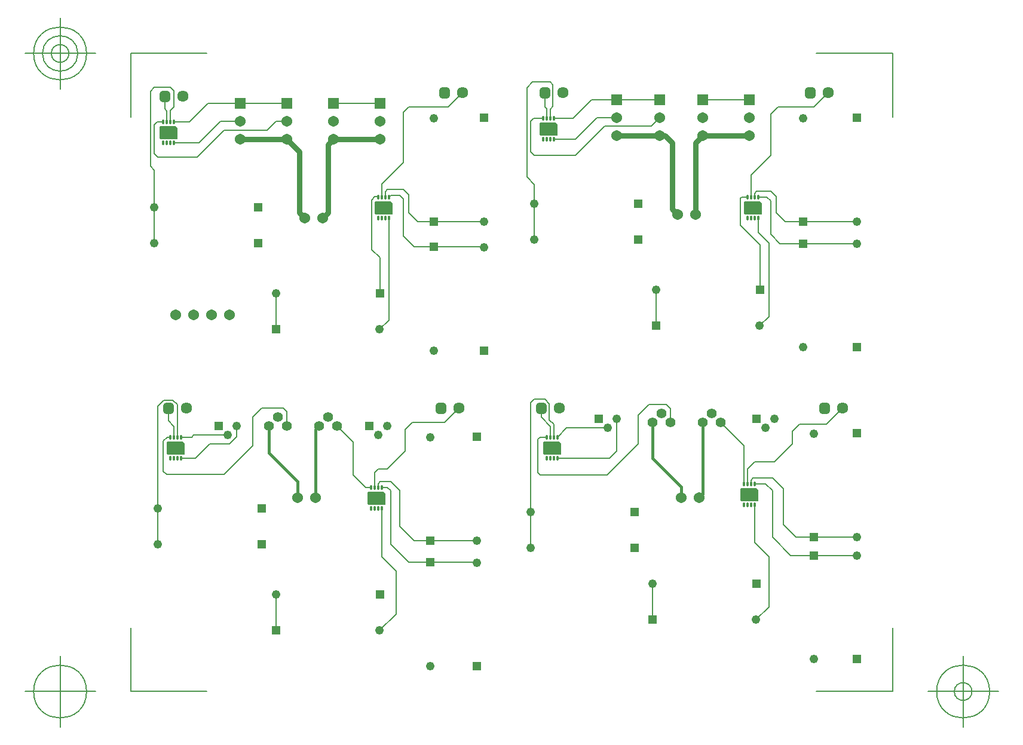
<source format=gbr>
G04 Generated by Ultiboard 14.2 *
%FSLAX33Y33*%
%MOMM*%

%ADD10C,0.001*%
%ADD11C,0.762*%
%ADD12C,0.203*%
%ADD13C,0.381*%
%ADD14C,0.001*%
%ADD15C,0.127*%
%ADD16C,1.609*%
%ADD17R,0.529X0.529*%
%ADD18C,0.995*%
%ADD19C,1.537*%
%ADD20C,1.245*%
%ADD21R,1.245X1.245*%
%ADD22R,1.537X1.537*%
%ADD23O,0.300X0.800*%
%ADD24C,1.397*%


G04 ColorRGB 00FF00 for the following layer *
%LNCopper Top*%
%LPD*%
G54D10*
G54D11*
X-8128Y106172D02*
X-1524Y106172D01*
X254Y104394D02*
X254Y95758D01*
X254Y104394D02*
X-1524Y106172D01*
X254Y95758D02*
X1016Y94996D01*
X5080Y106172D02*
X11684Y106172D01*
X4318Y105410D02*
X5080Y106172D01*
X4318Y95758D02*
X3556Y94996D01*
X4318Y95758D02*
X4318Y105410D01*
X53086Y96266D02*
X53848Y95504D01*
X53086Y105664D02*
X52070Y106680D01*
X45212Y106680D02*
X52070Y106680D01*
X53086Y105664D02*
X53086Y96266D01*
X57404Y106680D02*
X64008Y106680D01*
X56388Y105664D02*
X57404Y106680D01*
X56388Y95504D02*
X56388Y105664D01*
G54D12*
X-18034Y110236D02*
X-18034Y108692D01*
X-17526Y110744D02*
X-18034Y110236D01*
X-18796Y110490D02*
X-18538Y110232D01*
X-18538Y108688D01*
X-18796Y112268D02*
X-18796Y110490D01*
X-20288Y91440D02*
X-20288Y101822D01*
X11942Y98020D02*
X11942Y99826D01*
X14986Y102870D01*
X14986Y109982D02*
X15748Y110744D01*
X14986Y102870D02*
X14986Y109982D01*
X19304Y94488D02*
X26384Y94488D01*
X16510Y90932D02*
X14986Y92456D01*
X16510Y90932D02*
X26384Y90932D01*
X12442Y98020D02*
X12442Y98802D01*
X12700Y99060D02*
X14986Y99060D01*
X12442Y98802D02*
X12700Y99060D01*
X14986Y99060D02*
X15748Y98298D01*
X5080Y111252D02*
X11684Y111252D01*
X14986Y92456D02*
X14986Y97754D01*
X14466Y98274D02*
X13196Y98274D01*
X12942Y98020D01*
X14986Y97754D02*
X14466Y98274D01*
X15748Y95758D02*
X17018Y94488D01*
X19304Y94488D01*
X15748Y98298D02*
X15748Y95758D01*
X57404Y111760D02*
X64008Y111760D01*
X35810Y110486D02*
X35810Y109196D01*
X36195Y110871D02*
X35810Y110486D01*
X36195Y113919D02*
X36195Y110871D01*
X35814Y114300D02*
X36195Y113919D01*
X35052Y112776D02*
X35052Y110744D01*
X35306Y110490D01*
X35306Y109200D01*
X50832Y84836D02*
X50832Y79788D01*
X-3016Y84328D02*
X-3016Y79280D01*
X33560Y91948D02*
X33560Y99790D01*
X21336Y110744D02*
X23368Y112776D01*
X15748Y110744D02*
X21336Y110744D01*
X64266Y98020D02*
X64266Y101096D01*
X68358Y91408D02*
X67056Y92710D01*
X68358Y91408D02*
X79248Y91408D01*
X73152Y110744D02*
X75184Y112776D01*
X64266Y101096D02*
X67056Y103886D01*
X64766Y98548D02*
X64766Y98020D01*
X69088Y94488D02*
X79216Y94488D01*
X69088Y94488D02*
X67818Y95758D01*
X67056Y103886D02*
X67056Y109728D01*
X68072Y110744D01*
X73152Y110744D01*
X-18288Y68072D02*
X-18288Y66294D01*
X-17522Y65528D01*
X-17522Y63984D01*
X-17022Y63984D02*
X-17022Y68584D01*
X-17653Y69215D02*
X-18923Y69215D01*
X-17022Y68584D02*
X-17653Y69215D01*
X-19812Y68326D02*
X-19812Y53880D01*
X-18923Y69215D02*
X-19812Y68326D01*
X-19780Y53848D02*
X-19780Y48768D01*
X10926Y56872D02*
X10926Y58932D01*
X11430Y59436D01*
X16256Y66040D02*
X20828Y66040D01*
X15240Y65024D02*
X16256Y66040D01*
X20828Y66040D02*
X22860Y68072D01*
X12700Y59436D02*
X15240Y61976D01*
X11430Y59436D02*
X12700Y59436D01*
X15240Y61976D02*
X15240Y65024D01*
X-14720Y64262D02*
X-14998Y63984D01*
X-9906Y64262D02*
X-14720Y64262D01*
X-14998Y63984D02*
X-16522Y63984D01*
X-8636Y64008D02*
X-8636Y65532D01*
X-9652Y62992D02*
X-8636Y64008D01*
X-14454Y60984D02*
X-12446Y62992D01*
X-9652Y62992D01*
X-16522Y60984D02*
X-14454Y60984D01*
X-3016Y41656D02*
X-3016Y36608D01*
X13208Y56388D02*
X12724Y56872D01*
X11926Y56872D01*
X15748Y46228D02*
X13208Y48768D01*
X15748Y46228D02*
X25368Y46228D01*
X13208Y48768D02*
X13208Y56388D01*
X16510Y49276D02*
X25368Y49276D01*
X11426Y57400D02*
X11426Y56872D01*
X11684Y57658D02*
X11426Y57400D01*
X13208Y57658D02*
X11684Y57658D01*
X14478Y51308D02*
X14478Y56388D01*
X16510Y49276D02*
X14478Y51308D01*
X14478Y56388D02*
X13208Y57658D01*
X50292Y38100D02*
X50292Y43148D01*
X69882Y47212D02*
X79248Y47212D01*
X69882Y47212D02*
X67310Y49784D01*
X67310Y56388D01*
X66318Y57380D01*
X70612Y49784D02*
X79216Y49784D01*
X70612Y49784D02*
X68834Y51562D01*
X68834Y56642D01*
X64258Y57908D02*
X64258Y57380D01*
X67310Y58166D02*
X64516Y58166D01*
X64258Y57908D01*
X68834Y56642D02*
X67310Y58166D01*
X64758Y57380D02*
X66318Y57380D01*
X7874Y58662D02*
X9664Y56872D01*
X10426Y56872D01*
X5588Y65532D02*
X7874Y63246D01*
X7874Y58662D01*
X34544Y68072D02*
X34544Y66802D01*
X35818Y65528D01*
X35818Y63984D01*
X63758Y57380D02*
X63758Y59440D01*
X64770Y60452D01*
X67564Y60452D01*
X70104Y62992D01*
X70104Y64770D01*
X71120Y65786D01*
X74930Y65786D01*
X77216Y68072D01*
X63258Y59424D02*
X63258Y57380D01*
X36322Y65786D02*
X36322Y63988D01*
X35687Y66421D02*
X36322Y65786D01*
X35687Y68707D02*
X35687Y66421D01*
X35052Y69342D02*
X35687Y68707D01*
X33052Y68866D02*
X33528Y69342D01*
X33052Y48260D02*
X33052Y68866D01*
X33528Y69342D02*
X35052Y69342D01*
X-18542Y58674D02*
X-10414Y58674D01*
X-6350Y62738D01*
X-6350Y66802D01*
X-5080Y68072D01*
X-2032Y68072D02*
X-1524Y67564D01*
X-1524Y65532D01*
X-5080Y68072D02*
X-2032Y68072D01*
X-19026Y59158D02*
X-18542Y58674D01*
X-19026Y63416D02*
X-18458Y63984D01*
X-18022Y63984D02*
X-18458Y63984D01*
X-19026Y63416D02*
X-19026Y59158D01*
X11926Y53872D02*
X11926Y47002D01*
X13970Y44958D01*
X13970Y38894D01*
X11652Y36576D01*
X64758Y54380D02*
X64758Y49034D01*
X66802Y46990D02*
X66802Y39910D01*
X64992Y38100D01*
X64758Y49034D02*
X66802Y46990D01*
X43918Y58650D02*
X48260Y62992D01*
X48260Y67056D01*
X49784Y68580D01*
X52264Y68580D02*
X52832Y68012D01*
X52832Y66040D01*
X49784Y68580D02*
X52264Y68580D01*
X35318Y63984D02*
X34374Y63984D01*
X34374Y58650D02*
X43918Y58650D01*
X34060Y63670D02*
X34060Y58964D01*
X34374Y58650D01*
X34060Y63670D02*
X34374Y63984D01*
X36818Y63996D02*
X38100Y65278D01*
X43942Y65278D01*
X36818Y63996D02*
X36818Y63984D01*
X45212Y66548D02*
X45212Y61976D01*
X44220Y60984D01*
X36818Y60984D01*
X-20828Y102362D02*
X-20828Y112971D01*
X-20288Y101822D02*
X-20828Y102362D01*
X-17526Y113030D02*
X-17526Y110744D01*
X-20260Y113538D02*
X-18034Y113538D01*
X-17526Y113030D01*
X-20828Y112971D02*
X-20260Y113538D01*
X-13946Y105688D02*
X-10922Y108712D01*
X-17538Y105688D02*
X-13946Y105688D01*
X-10922Y108712D02*
X-8128Y108712D01*
X-19038Y108688D02*
X-19836Y108688D01*
X-20320Y108204D01*
X-20320Y104140D01*
X-19812Y103632D01*
X-14224Y103632D01*
X-10414Y107442D01*
X-4318Y107442D01*
X-3048Y108712D01*
X-1524Y108712D01*
X-17538Y108688D02*
X-15264Y108688D01*
X-12700Y111252D01*
X-1524Y111252D01*
X11418Y98044D02*
X11442Y98020D01*
X11684Y84328D02*
X11684Y89408D01*
X12942Y95020D02*
X12942Y80538D01*
X11652Y79248D01*
X11684Y89408D02*
X10541Y90551D01*
X10982Y98044D02*
X10541Y97603D01*
X10982Y98044D02*
X11418Y98044D01*
X10541Y90551D02*
X10541Y97603D01*
X39394Y106196D02*
X42418Y109220D01*
X45212Y109220D01*
X36310Y106196D02*
X39394Y106196D01*
X33560Y99790D02*
X32512Y100838D01*
X32512Y113479D02*
X33334Y114300D01*
X32512Y100838D02*
X32512Y113479D01*
X33334Y114300D02*
X35814Y114300D01*
X34810Y109196D02*
X33504Y109196D01*
X33020Y108712D01*
X33020Y104394D01*
X50165Y108077D02*
X51308Y109220D01*
X43561Y108077D02*
X50165Y108077D01*
X36310Y109196D02*
X39092Y109196D01*
X41656Y111760D01*
X51308Y111760D01*
X65532Y84836D02*
X65532Y91186D01*
X62738Y93980D01*
X62738Y97790D02*
X62968Y98020D01*
X62738Y93980D02*
X62738Y97790D01*
X62968Y98020D02*
X63766Y98020D01*
X67056Y97452D02*
X66489Y98020D01*
X67056Y92710D02*
X67056Y97452D01*
X66489Y98020D02*
X65266Y98020D01*
X65024Y98806D02*
X64766Y98548D01*
X67818Y98044D02*
X67056Y98806D01*
X67818Y95758D02*
X67818Y98044D01*
X67056Y98806D02*
X65024Y98806D01*
X65266Y95020D02*
X65266Y92976D01*
X66802Y91440D01*
X66802Y81058D01*
X65500Y79756D01*
X63246Y62738D02*
X63246Y59436D01*
X59944Y66040D02*
X63246Y62738D01*
X63246Y59436D02*
X63258Y59424D01*
X33528Y103886D02*
X39370Y103886D01*
X43561Y108077D01*
X33020Y104394D02*
X33528Y103886D01*
G54D13*
X2540Y55372D02*
X2540Y65024D01*
X3048Y65532D01*
X0Y55372D02*
X0Y57658D01*
X-4064Y61722D01*
X-4064Y65532D01*
X57404Y66040D02*
X57404Y55880D01*
X56896Y55372D01*
X50292Y60960D02*
X54356Y56896D01*
X54356Y55372D01*
X50292Y66040D02*
X50292Y60960D01*
G54D14*
G36*
X-16294Y63359D02*
X-16294Y63359D01*
X-16047Y63112D01*
X-16047Y61659D01*
X-16097Y61609D01*
X-18447Y61609D01*
X-18497Y61659D01*
X-18497Y63309D01*
X-18447Y63359D01*
X-16294Y63359D01*
D02*
G37*
X-16047Y63112D01*
X-16047Y61659D01*
X-16097Y61609D01*
X-18447Y61609D01*
X-18497Y61659D01*
X-18497Y63309D01*
X-18447Y63359D01*
X-16294Y63359D01*
G36*
X37046Y63359D02*
X37046Y63359D01*
X37293Y63112D01*
X37293Y61659D01*
X37243Y61609D01*
X34893Y61609D01*
X34843Y61659D01*
X34843Y63309D01*
X34893Y63359D01*
X37046Y63359D01*
D02*
G37*
X37293Y63112D01*
X37293Y61659D01*
X37243Y61609D01*
X34893Y61609D01*
X34843Y61659D01*
X34843Y63309D01*
X34893Y63359D01*
X37046Y63359D01*
G36*
X-17310Y108063D02*
X-17310Y108063D01*
X-17063Y107816D01*
X-17063Y106363D01*
X-17113Y106313D01*
X-19463Y106313D01*
X-19513Y106363D01*
X-19513Y108013D01*
X-19463Y108063D01*
X-17310Y108063D01*
D02*
G37*
X-17063Y107816D01*
X-17063Y106363D01*
X-17113Y106313D01*
X-19463Y106313D01*
X-19513Y106363D01*
X-19513Y108013D01*
X-19463Y108063D01*
X-17310Y108063D01*
G36*
X36538Y108571D02*
X36538Y108571D01*
X36785Y108324D01*
X36785Y106871D01*
X36735Y106821D01*
X34385Y106821D01*
X34335Y106871D01*
X34335Y108521D01*
X34385Y108571D01*
X36538Y108571D01*
D02*
G37*
X36785Y108324D01*
X36785Y106871D01*
X36735Y106821D01*
X34385Y106821D01*
X34335Y106871D01*
X34335Y108521D01*
X34385Y108571D01*
X36538Y108571D01*
G36*
X13170Y97395D02*
X13170Y97395D01*
X13417Y97148D01*
X13417Y95695D01*
X13367Y95645D01*
X11017Y95645D01*
X10967Y95695D01*
X10967Y97345D01*
X11017Y97395D01*
X13170Y97395D01*
D02*
G37*
X13417Y97148D01*
X13417Y95695D01*
X13367Y95645D01*
X11017Y95645D01*
X10967Y95695D01*
X10967Y97345D01*
X11017Y97395D01*
X13170Y97395D01*
G36*
X65494Y97395D02*
X65494Y97395D01*
X65741Y97148D01*
X65741Y95695D01*
X65691Y95645D01*
X63341Y95645D01*
X63291Y95695D01*
X63291Y97345D01*
X63341Y97395D01*
X65494Y97395D01*
D02*
G37*
X65741Y97148D01*
X65741Y95695D01*
X65691Y95645D01*
X63341Y95645D01*
X63291Y95695D01*
X63291Y97345D01*
X63341Y97395D01*
X65494Y97395D01*
G36*
X12154Y56247D02*
X12154Y56247D01*
X12401Y56000D01*
X12401Y54547D01*
X12351Y54497D01*
X10001Y54497D01*
X9951Y54547D01*
X9951Y56197D01*
X10001Y56247D01*
X12154Y56247D01*
D02*
G37*
X12401Y56000D01*
X12401Y54547D01*
X12351Y54497D01*
X10001Y54497D01*
X9951Y54547D01*
X9951Y56197D01*
X10001Y56247D01*
X12154Y56247D01*
G36*
X64986Y56755D02*
X64986Y56755D01*
X65233Y56508D01*
X65233Y55055D01*
X65183Y55005D01*
X62833Y55005D01*
X62783Y55055D01*
X62783Y56705D01*
X62833Y56755D01*
X64986Y56755D01*
D02*
G37*
X65233Y56508D01*
X65233Y55055D01*
X65183Y55005D01*
X62833Y55005D01*
X62783Y55055D01*
X62783Y56705D01*
X62833Y56755D01*
X64986Y56755D01*
G54D15*
X-23622Y27940D02*
X-23622Y36982D01*
X-23622Y27940D02*
X-12827Y27940D01*
X84328Y27940D02*
X73533Y27940D01*
X84328Y27940D02*
X84328Y36982D01*
X84328Y118364D02*
X84328Y109322D01*
X84328Y118364D02*
X73533Y118364D01*
X-23622Y118364D02*
X-12827Y118364D01*
X-23622Y118364D02*
X-23622Y109322D01*
X-28622Y27940D02*
X-38622Y27940D01*
X-33622Y22940D02*
X-33622Y32940D01*
X-37372Y27940D02*
G75*
D01*
G02X-37372Y27940I3750J0*
G01*
X89328Y27940D02*
X99328Y27940D01*
X94328Y22940D02*
X94328Y32940D01*
X90578Y27940D02*
G75*
D01*
G02X90578Y27940I3750J0*
G01*
X93078Y27940D02*
G75*
D01*
G02X93078Y27940I1250J0*
G01*
X-28622Y118364D02*
X-38622Y118364D01*
X-33622Y113364D02*
X-33622Y123364D01*
X-37372Y118364D02*
G75*
D01*
G02X-37372Y118364I3750J0*
G01*
X-36122Y118364D02*
G75*
D01*
G02X-36122Y118364I2500J0*
G01*
X-34872Y118364D02*
G75*
D01*
G02X-34872Y118364I1250J0*
G01*
G54D16*
X-16256Y112268D03*
X23368Y112776D03*
X37592Y112776D03*
X75184Y112776D03*
X-15748Y68072D03*
X22860Y68072D03*
X37084Y68072D03*
X77216Y68072D03*
G54D17*
X-18796Y112268D03*
X20828Y112776D03*
X35052Y112776D03*
X72644Y112776D03*
X-18288Y68072D03*
X20320Y68072D03*
X34544Y68072D03*
X74676Y68072D03*
G54D18*
X-19060Y112004D02*
X-18532Y112004D01*
X-18532Y112532D01*
X-19060Y112532D01*
X-19060Y112004D01*D02*
X20564Y112512D02*
X21092Y112512D01*
X21092Y113040D01*
X20564Y113040D01*
X20564Y112512D01*D02*
X34788Y112512D02*
X35316Y112512D01*
X35316Y113040D01*
X34788Y113040D01*
X34788Y112512D01*D02*
X72380Y112512D02*
X72908Y112512D01*
X72908Y113040D01*
X72380Y113040D01*
X72380Y112512D01*D02*
X-18552Y67808D02*
X-18024Y67808D01*
X-18024Y68336D01*
X-18552Y68336D01*
X-18552Y67808D01*D02*
X20056Y67808D02*
X20584Y67808D01*
X20584Y68336D01*
X20056Y68336D01*
X20056Y67808D01*D02*
X34280Y67808D02*
X34808Y67808D01*
X34808Y68336D01*
X34280Y68336D01*
X34280Y67808D01*D02*
X74412Y67808D02*
X74940Y67808D01*
X74940Y68336D01*
X74412Y68336D01*
X74412Y67808D01*D02*
G54D19*
X-12192Y81280D03*
X-14732Y81280D03*
X-17272Y81280D03*
X-9652Y81280D03*
X1016Y94996D03*
X3556Y94996D03*
X53848Y95504D03*
X56388Y95504D03*
X64008Y106680D03*
X64008Y109220D03*
X2540Y55372D03*
X0Y55372D03*
X56896Y55372D03*
X54356Y55372D03*
X57404Y109220D03*
X57404Y106680D03*
X51308Y109220D03*
X51308Y106680D03*
X45212Y106680D03*
X45212Y109220D03*
X5080Y108712D03*
X5080Y106172D03*
X11684Y106172D03*
X11684Y108712D03*
X-1524Y108712D03*
X-1524Y106172D03*
X-8128Y106172D03*
X-8128Y108712D03*
G54D20*
X11652Y79248D03*
X-3016Y84328D03*
X-20288Y91440D03*
X-20288Y96520D03*
X19304Y76232D03*
X26416Y90900D03*
X19304Y109188D03*
X26416Y94520D03*
X33560Y91948D03*
X33560Y97028D03*
X65500Y79756D03*
X50832Y84836D03*
X71628Y76708D03*
X79248Y91408D03*
X71628Y109188D03*
X79248Y94520D03*
X11652Y36576D03*
X18796Y31528D03*
X25400Y46196D03*
X-3016Y41656D03*
X-19780Y48768D03*
X18796Y63976D03*
X25400Y49308D03*
X-19780Y53848D03*
X73152Y32512D03*
X79248Y47212D03*
X64992Y38100D03*
X50324Y43180D03*
X33052Y48260D03*
X73152Y64484D03*
X79248Y49816D03*
X33052Y53340D03*
X66294Y65278D03*
X67564Y66548D03*
X-9906Y64262D03*
X-8636Y65532D03*
X11430Y64262D03*
X12700Y65532D03*
X43942Y65278D03*
X45212Y66548D03*
G54D21*
X-3048Y79248D03*
X11684Y84328D03*
X-5588Y91440D03*
X-5588Y96520D03*
X19304Y90932D03*
X26416Y76200D03*
X19304Y94488D03*
X26416Y109220D03*
X48260Y91948D03*
X48260Y97028D03*
X50800Y79756D03*
X65532Y84836D03*
X71628Y91408D03*
X79248Y76708D03*
X71628Y94488D03*
X79248Y109220D03*
X-3048Y36576D03*
X18796Y46228D03*
X25400Y31496D03*
X11684Y41656D03*
X-5080Y48768D03*
X18796Y49276D03*
X25400Y64008D03*
X-5080Y53848D03*
X73152Y47212D03*
X79248Y32512D03*
X50292Y38100D03*
X65024Y43180D03*
X47752Y48260D03*
X73152Y49784D03*
X79248Y64516D03*
X47752Y53340D03*
X65024Y66548D03*
X-11176Y65532D03*
X10160Y65532D03*
X42672Y66548D03*
G54D22*
X64008Y111760D03*
X57404Y111760D03*
X51308Y111760D03*
X45212Y111760D03*
X5080Y111252D03*
X11684Y111252D03*
X-1524Y111252D03*
X-8128Y111252D03*
G54D23*
X-18022Y60984D03*
X-17522Y60984D03*
X-17022Y60984D03*
X-16522Y60984D03*
X-16522Y63984D03*
X-18022Y63984D03*
X-17522Y63984D03*
X-17022Y63984D03*
X36318Y60984D03*
X35818Y60984D03*
X35318Y60984D03*
X36818Y60984D03*
X35818Y63984D03*
X35318Y63984D03*
X36318Y63984D03*
X36818Y63984D03*
X-18538Y105688D03*
X-19038Y105688D03*
X-18038Y105688D03*
X-17538Y105688D03*
X-18538Y108688D03*
X-19038Y108688D03*
X-17538Y108688D03*
X-18038Y108688D03*
X36310Y106196D03*
X34810Y106196D03*
X35310Y106196D03*
X35810Y106196D03*
X34810Y109196D03*
X35310Y109196D03*
X36310Y109196D03*
X35810Y109196D03*
X12442Y95020D03*
X11442Y95020D03*
X11942Y95020D03*
X12942Y95020D03*
X11442Y98020D03*
X12442Y98020D03*
X11942Y98020D03*
X12942Y98020D03*
X64766Y95020D03*
X64266Y95020D03*
X63766Y95020D03*
X65266Y95020D03*
X64266Y98020D03*
X63766Y98020D03*
X64766Y98020D03*
X65266Y98020D03*
X11426Y53872D03*
X10926Y53872D03*
X10426Y53872D03*
X11926Y53872D03*
X10926Y56872D03*
X10426Y56872D03*
X11426Y56872D03*
X11926Y56872D03*
X63758Y54380D03*
X63258Y54380D03*
X64258Y54380D03*
X64758Y54380D03*
X64258Y57380D03*
X63758Y57380D03*
X63258Y57380D03*
X64758Y57380D03*
G54D24*
X-4064Y65532D03*
X-2794Y66802D03*
X-1524Y65532D03*
X3048Y65532D03*
X4318Y66802D03*
X5588Y65532D03*
X50292Y66040D03*
X51562Y67310D03*
X52832Y66040D03*
X57404Y66040D03*
X58674Y67310D03*
X59944Y66040D03*

M02*

</source>
